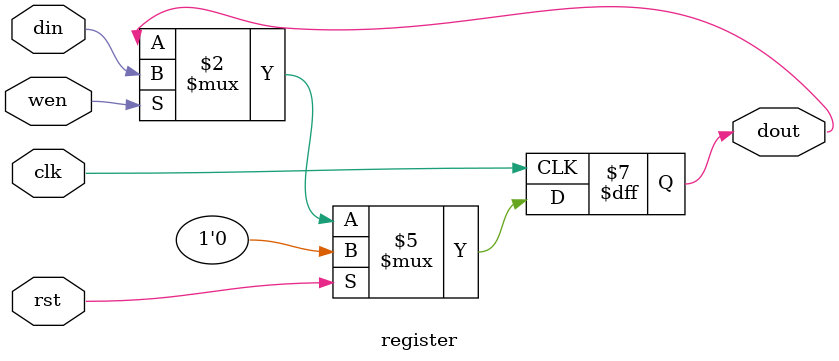
<source format=v>
module register #(
    parameter WIDTH = 1,
    parameter RESET_VAL = 0
) (
    input                  clk,
    input                  rst,
    input      [WIDTH-1:0] din,
    output reg [WIDTH-1:0] dout,
    input                  wen
);

    always @(posedge clk) begin
        if (rst) dout <= RESET_VAL;
        else if (wen) dout <= din;
    end
    
endmodule

</source>
